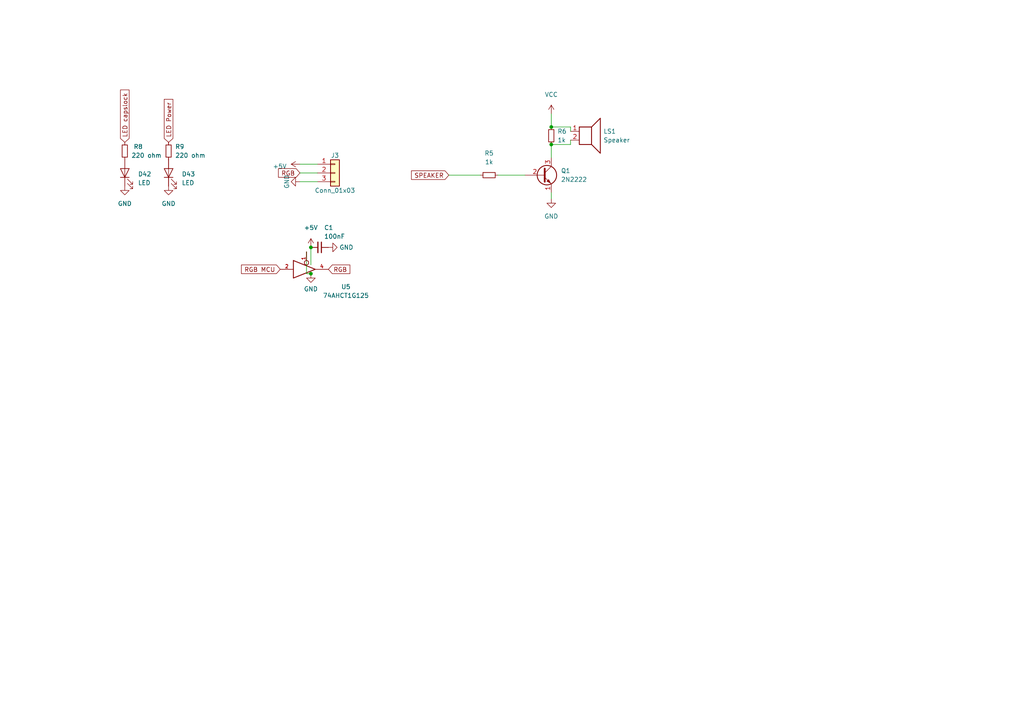
<source format=kicad_sch>
(kicad_sch (version 20230121) (generator eeschema)
  (paper "A4")
  (lib_symbols
    (symbol "74AHCT1G125_1" (pin_names (offset 1.016))
      (property "Reference" "U5" (at 11.43 -5.08 0))
      (property "Value" "74AHCT1G125" (at 11.43 -7.62 0))
      (symbol "74AHCT1G125_1_0_1"
        (polyline (pts (xy -3.81 2.54) (xy -3.81 -2.54) (xy 2.54 0) (xy -3.81 2.54)) (stroke (width 0.254)))
      )
      (symbol "74AHCT1G125_1_1_1"
        (pin input inverted (at 0 5.08 270) (length 3.81) (name "~") (number "1"))
        (pin input line (at -7.62 0 0) (length 3.81) (name "~") (number "2"))
        (pin power_in line (at 1.27 -1.27 270) (length 0) hide (name "GND") (number "3"))
        (pin tri_state line (at 6.35 0 180) (length 3.81) (name "~") (number "4"))
        (pin power_in line (at 1.27 1.27 90) (length 0) hide (name "+5V") (number "5"))
      )
    )
    (symbol "ComboDiode:LED" (pin_numbers hide) (pin_names (offset 1.016) hide)
      (property "Reference" "D" (at 0 2.54 0))
      (property "Value" "LED" (at 0 -2.54 0))
      (symbol "LED_0_1"
        (polyline (pts (xy -1.27 -1.27) (xy -1.27 1.27)) (stroke (width 0.2032)))
        (polyline (pts (xy -1.27 0) (xy 1.27 0)))
        (polyline (pts (xy 1.27 -1.27) (xy 1.27 1.27) (xy -1.27 0) (xy 1.27 -1.27)) (stroke (width 0.2032)))
        (polyline (pts (xy -3.048 -0.762) (xy -4.572 -2.286) (xy -3.81 -2.286) (xy -4.572 -2.286) (xy -4.572 -1.524)))
        (polyline (pts (xy -1.778 -0.762) (xy -3.302 -2.286) (xy -2.54 -2.286) (xy -3.302 -2.286) (xy -3.302 -1.524)))
      )
      (symbol "LED_1_1"
        (pin passive line (at -3.81 0 0) (length 2.54) (name "K") (number "1"))
        (pin passive line (at 3.81 0 180) (length 2.54) (name "A") (number "2"))
      )
    )
    (symbol "ComboDiode:R_Small" (pin_numbers hide) (pin_names (offset 0.254) hide)
      (property "Reference" "R" (at 0.762 0.508 0))
      (property "Value" "R_Small" (at 0.762 -1.016 0))
      (symbol "R_Small_0_1"
        (rectangle (start -0.762 1.778) (end 0.762 -1.778) (stroke (width 0.2032)))
      )
      (symbol "R_Small_1_1"
        (pin passive line (at 0 2.54 270) (length 0.762) (name "~") (number "1"))
        (pin passive line (at 0 -2.54 90) (length 0.762) (name "~") (number "2"))
      )
    )
    (symbol "Device:C_Small" (pin_numbers hide) (pin_names (offset 0.254) hide)
      (property "Reference" "C" (at 0.254 1.778 0))
      (property "Value" "C_Small" (at 0.254 -2.032 0))
      (symbol "C_Small_0_1"
        (polyline (pts (xy -1.524 -0.508) (xy 1.524 -0.508)) (stroke (width 0.3302)))
        (polyline (pts (xy -1.524 0.508) (xy 1.524 0.508)) (stroke (width 0.3048)))
      )
      (symbol "C_Small_1_1"
        (pin passive line (at 0 2.54 270) (length 2.032) (name "~") (number "1"))
        (pin passive line (at 0 -2.54 90) (length 2.032) (name "~") (number "2"))
      )
    )
    (symbol "Device:R_Small" (pin_numbers hide) (pin_names (offset 0.254) hide)
      (property "Reference" "R" (at 0.762 0.508 0))
      (property "Value" "R_Small" (at 0.762 -1.016 0))
      (symbol "R_Small_0_1"
        (rectangle (start -0.762 1.778) (end 0.762 -1.778) (stroke (width 0.2032)))
      )
      (symbol "R_Small_1_1"
        (pin passive line (at 0 2.54 270) (length 0.762) (name "~") (number "1"))
        (pin passive line (at 0 -2.54 90) (length 0.762) (name "~") (number "2"))
      )
    )
    (symbol "Device:Speaker" (pin_names (offset 0) hide)
      (property "Reference" "LS" (at 1.27 5.715 0))
      (property "Value" "Speaker" (at 1.27 3.81 0))
      (symbol "Speaker_0_0"
        (rectangle (start -2.54 1.27) (end 1.016 -3.81) (stroke (width 0.254)))
        (polyline (pts (xy 1.016 1.27) (xy 3.556 3.81) (xy 3.556 -6.35) (xy 1.016 -3.81)) (stroke (width 0.254)))
      )
      (symbol "Speaker_1_1"
        (pin input line (at -5.08 0 0) (length 2.54) (name "1") (number "1"))
        (pin input line (at -5.08 -2.54 0) (length 2.54) (name "2") (number "2"))
      )
    )
    (symbol "Transistor_BJT:2N2219" (pin_names (offset 0) hide)
      (property "Reference" "Q" (at 5.08 1.905 0))
      (property "Value" "2N2219" (at 5.08 0 0))
      (symbol "2N2219_0_1"
        (polyline (pts (xy 0.635 0.635) (xy 2.54 2.54)))
        (polyline (pts (xy 0.635 -0.635) (xy 2.54 -2.54) (xy 2.54 -2.54)))
        (polyline (pts (xy 0.635 1.905) (xy 0.635 -1.905) (xy 0.635 -1.905)) (stroke (width 0.508)))
        (polyline (pts (xy 1.27 -1.778) (xy 1.778 -1.27) (xy 2.286 -2.286) (xy 1.27 -1.778) (xy 1.27 -1.778)) (fill (type outline)))
        (circle (center 1.27 0) (radius 2.8194) (stroke (width 0.254)))
      )
      (symbol "2N2219_1_1"
        (pin passive line (at 2.54 -5.08 90) (length 2.54) (name "E") (number "1"))
        (pin passive line (at -5.08 0 0) (length 5.715) (name "B") (number "2"))
        (pin passive line (at 2.54 5.08 270) (length 2.54) (name "C") (number "3"))
      )
    )
    (symbol "alpha_pro_micro-rescue:Conn_01x03" (pin_names (offset 1.016) hide)
      (property "Reference" "J" (at 0 5.08 0))
      (property "Value" "Conn_01x03" (at 0 -5.08 0))
      (symbol "Conn_01x03_1_1"
        (rectangle (start -1.27 -2.413) (end 0 -2.667) (stroke (width 0.1524)))
        (rectangle (start -1.27 0.127) (end 0 -0.127) (stroke (width 0.1524)))
        (rectangle (start -1.27 2.667) (end 0 2.413) (stroke (width 0.1524)))
        (rectangle (start -1.27 3.81) (end 1.27 -3.81) (stroke (width 0.254)) (fill (type background)))
        (pin passive line (at -5.08 2.54 0) (length 3.81) (name "Pin_1") (number "1"))
        (pin passive line (at -5.08 0 0) (length 3.81) (name "Pin_2") (number "2"))
        (pin passive line (at -5.08 -2.54 0) (length 3.81) (name "Pin_3") (number "3"))
      )
    )
    (symbol "power:+5V" (power) (pin_names (offset 0))
      (property "Value" "+5V" (at 0 3.556 0))
      (symbol "+5V_0_1"
        (polyline (pts (xy -0.762 1.27) (xy 0 2.54)))
        (polyline (pts (xy 0 0) (xy 0 2.54)))
        (polyline (pts (xy 0 2.54) (xy 0.762 1.27)))
      )
      (symbol "+5V_1_1"
        (pin power_in line (at 0 0 90) (length 0) hide (name "+5V") (number "1"))
      )
    )
    (symbol "power:GND" (power) (pin_names (offset 0))
      (property "Value" "GND" (at 0 -3.81 0))
      (symbol "GND_0_1"
        (polyline (pts (xy 0 0) (xy 0 -1.27) (xy 1.27 -1.27) (xy 0 -2.54) (xy -1.27 -1.27) (xy 0 -1.27)))
      )
      (symbol "GND_1_1"
        (pin power_in line (at 0 0 270) (length 0) hide (name "GND") (number "1"))
      )
    )
    (symbol "power:VCC" (power) (pin_names (offset 0))
      (property "Value" "VCC" (at 0 3.81 0))
      (symbol "VCC_0_1"
        (polyline (pts (xy -0.762 1.27) (xy 0 2.54)))
        (polyline (pts (xy 0 0) (xy 0 2.54)))
        (polyline (pts (xy 0 2.54) (xy 0.762 1.27)))
      )
      (symbol "VCC_1_1"
        (pin power_in line (at 0 0 90) (length 0) hide (name "VCC") (number "1"))
      )
    )
  )
  (junction (at 159.893 41.91))
  (junction (at 90.17 71.755))
  (junction (at 159.893 36.83))
  (junction (at 90.17 79.375))
  (wire (pts (xy 86.995 50.165) (xy 92.075 50.165)))
  (wire (pts (xy 159.893 41.91) (xy 159.893 45.72)))
  (wire (pts (xy 144.399 50.8) (xy 152.273 50.8)))
  (wire (pts (xy 159.893 41.91) (xy 165.481 41.91)))
  (wire (pts (xy 90.17 79.375) (xy 88.9 79.375)))
  (wire (pts (xy 165.481 38.1) (xy 165.481 36.83)))
  (wire (pts (xy 88.9 79.375) (xy 88.9 73.025)))
  (wire (pts (xy 86.995 47.625) (xy 92.075 47.625)))
  (wire (pts (xy 159.893 33.02) (xy 159.893 36.83)))
  (wire (pts (xy 165.481 36.83) (xy 159.893 36.83)))
  (wire (pts (xy 86.995 52.705) (xy 92.075 52.705)))
  (wire (pts (xy 130.175 50.8) (xy 139.319 50.8)))
  (wire (pts (xy 159.893 55.88) (xy 159.893 57.658)))
  (wire (pts (xy 90.17 71.755) (xy 90.17 76.835)))
  (wire (pts (xy 165.481 41.91) (xy 165.481 40.64)))
  (global_label "RGB MCU" (shape input) (at 81.28 78.105 180) (property "Intersheetrefs" "${INTERSHEET_REFS}" (effects hide)))
  (global_label "LED capslock" (shape input) (at 36.195 41.275 90) (property "Intersheetrefs" "${INTERSHEET_REFS}" (effects hide)))
  (global_label "RGB" (shape input) (at 95.25 78.105 0) (property "Intersheetrefs" "${INTERSHEET_REFS}" (effects hide)))
  (global_label "LED Power" (shape input) (at 48.895 41.275 90) (property "Intersheetrefs" "${INTERSHEET_REFS}" (effects hide)))
  (global_label "SPEAKER" (shape input) (at 130.175 50.8 180) (property "Intersheetrefs" "${INTERSHEET_REFS}" (effects hide)))
  (global_label "RGB" (shape input) (at 86.995 50.165 180) (property "Intersheetrefs" "${INTERSHEET_REFS}" (effects hide)))
  (symbol (lib_id "power:GND") (at 86.995 52.705 270) (unit 1)
    (property "Reference" "#PWR0120" (effects hide))
    (property "Value" "GND" (at 83.185 52.705 0))
    (instances (project "Didaktik rp2040" (path "" (reference "#PWR0120") (unit 1)) (path "" (reference "#PWR031") (unit 1))))
  )
  (symbol (lib_id "Device:Speaker") (at 170.561 38.1 0) (unit 1)
    (property "Reference" "LS1" (at 175.006 38.0999 0) (effects (justify left)))
    (property "Value" "Speaker" (at 175.006 40.6399 0) (effects (justify left)))
    (property "Footprint" "Keebio-Parts:AST1109MLTRQ" (effects hide))
  )
  (symbol (lib_id "Device:R_Small") (at 141.859 50.8 90) (unit 1)
    (property "Reference" "R5" (at 141.859 44.45 90))
    (property "Value" "1k" (at 141.859 46.99 90))
    (property "Footprint" "Keebio-Parts:Diode-Hybrid-Back" (effects hide))
  )
  (symbol (lib_id "power:VCC") (at 159.893 33.02 0) (unit 1)
    (property "Reference" "#PWR0126" (effects hide))
    (property "Value" "VCC" (at 159.893 27.432 0))
    (instances (project "Didaktik rp2040" (path "" (reference "#PWR0126") (unit 1)) (path "" (reference "#PWR032") (unit 1))))
  )
  (symbol (lib_id "power:GND") (at 90.17 79.375 0) (unit 1)
    (property "Reference" "#PWR038" (effects hide))
    (property "Value" "GND" (at 90.17 83.82 0))
  )
  (symbol (lib_name "74AHCT1G125_1") (lib_id "74xGxx:74AHCT1G125") (at 88.9 78.105 0) (unit 1)
    (property "Reference" "U5" (at 100.33 83.185 0))
    (property "Value" "74AHCT1G125" (at 100.33 85.725 0))
    (property "Footprint" "Package_TO_SOT_SMD:TSOT-23-5" (effects hide))
    (property "Datasheet" "http://www.ti.com/lit/sg/scyt129e/scyt129e.pdf" (effects hide))
  )
  (symbol (lib_id "ComboDiode:LED") (at 48.895 50.165 90) (unit 1)
    (property "Reference" "D43" (at 52.705 50.4951 90) (effects (justify right)))
    (property "Value" "LED" (at 52.705 53.0351 90) (effects (justify right)))
    (property "Footprint" "Keebio-Parts:LED_3mm" (effects hide))
    (instances (project "Didaktik rp2040" (path "" (reference "D43") (unit 1)) (path "" (reference "D42") (unit 1))))
  )
  (symbol (lib_id "ComboDiode:R_Small") (at 48.895 43.815 0) (unit 1)
    (property "Reference" "R9" (at 50.8 42.5449 0) (effects (justify left)))
    (property "Value" "220 ohm" (at 50.8 45.0849 0) (effects (justify left)))
    (property "Footprint" "Resistor_SMD:R_0402_1005Metric" (effects hide))
    (instances (project "Didaktik rp2040" (path "" (reference "R9") (unit 1)) (path "" (reference "R4") (unit 1))))
  )
  (symbol (lib_id "Device:C_Small") (at 92.71 71.755 270) (unit 1)
    (property "Reference" "C1" (at 93.98 66.04 90) (effects (justify left)))
    (property "Value" "100nF" (at 93.98 68.5738 90) (effects (justify left)))
    (property "Footprint" "Capacitor_SMD:C_0402_1005Metric" (effects hide))
  )
  (symbol (lib_id "power:GND") (at 36.195 53.975 0) (unit 1)
    (property "Reference" "#PWR0122" (effects hide))
    (property "Value" "GND" (at 36.195 59.055 0))
    (instances (project "Didaktik rp2040" (path "" (reference "#PWR0122") (unit 1)) (path "" (reference "#PWR021") (unit 1))))
  )
  (symbol (lib_id "Device:R_Small") (at 159.893 39.37 0) (unit 1)
    (property "Reference" "R6" (at 161.671 38.0999 0) (effects (justify left)))
    (property "Value" "1k" (at 161.671 40.6399 0) (effects (justify left)))
    (property "Footprint" "Resistor_SMD:R_0402_1005Metric" (effects hide))
  )
  (symbol (lib_id "Transistor_BJT:2N2219") (at 157.353 50.8 0) (unit 1)
    (property "Reference" "Q1" (at 162.687 49.5299 0) (effects (justify left)))
    (property "Value" "2N2222" (at 162.687 52.0699 0) (effects (justify left)))
    (property "Footprint" "Package_TO_SOT_SMD:SOT-23" (effects hide))
    (property "Datasheet" "http://www.onsemi.com/pub_link/Collateral/2N2219-D.PDF" (effects hide))
  )
  (symbol (lib_id "power:+5V") (at 90.17 71.755 0) (unit 1)
    (property "Reference" "#PWR037" (effects hide))
    (property "Value" "+5V" (at 90.17 66.04 0))
  )
  (symbol (lib_id "power:GND") (at 95.25 71.755 90) (unit 1)
    (property "Reference" "#PWR039" (effects hide))
    (property "Value" "GND" (at 98.425 71.7549 90) (effects (justify right)))
  )
  (symbol (lib_id "power:GND") (at 48.895 53.975 0) (unit 1)
    (property "Reference" "#PWR0123" (effects hide))
    (property "Value" "GND" (at 48.895 59.055 0))
    (instances (project "Didaktik rp2040" (path "" (reference "#PWR0123") (unit 1)) (path "" (reference "#PWR029") (unit 1))))
  )
  (symbol (lib_id "alpha_pro_micro-rescue:Conn_01x03") (at 97.155 50.165 0) (unit 1)
    (property "Reference" "J3" (at 97.155 45.085 0))
    (property "Value" "Conn_01x03" (at 97.155 55.245 0))
    (property "Footprint" "Connector_PinSocket_2.00mm:PinSocket_1x03_P2.00mm_Vertical" (effects hide))
  )
  (symbol (lib_id "power:GND") (at 159.893 57.658 0) (unit 1)
    (property "Reference" "#PWR0125" (effects hide))
    (property "Value" "GND" (at 159.893 62.738 0))
    (instances (project "Didaktik rp2040" (path "" (reference "#PWR0125") (unit 1)) (path "" (reference "#PWR033") (unit 1))))
  )
  (symbol (lib_id "power:+5V") (at 86.995 47.625 90) (unit 1)
    (property "Reference" "#PWR040" (effects hide))
    (property "Value" "+5V" (at 83.185 48.26 90) (effects (justify left)))
  )
  (symbol (lib_id "ComboDiode:LED") (at 36.195 50.165 90) (unit 1)
    (property "Reference" "D42" (at 40.005 50.4951 90) (effects (justify right)))
    (property "Value" "LED" (at 40.005 53.0351 90) (effects (justify right)))
    (property "Footprint" "Keebio-Parts:LED_3mm" (effects hide))
    (instances (project "Didaktik rp2040" (path "" (reference "D42") (unit 1)) (path "" (reference "D25") (unit 1))))
  )
  (symbol (lib_id "ComboDiode:R_Small") (at 36.195 43.815 0) (unit 1)
    (property "Reference" "R8" (at 38.735 42.5449 0) (effects (justify left)))
    (property "Value" "220 ohm" (at 38.1 45.085 0) (effects (justify left)))
    (property "Footprint" "Resistor_SMD:R_0402_1005Metric" (effects hide))
    (instances (project "Didaktik rp2040" (path "" (reference "R8") (unit 1)) (path "" (reference "R2") (unit 1))))
  )
)
</source>
